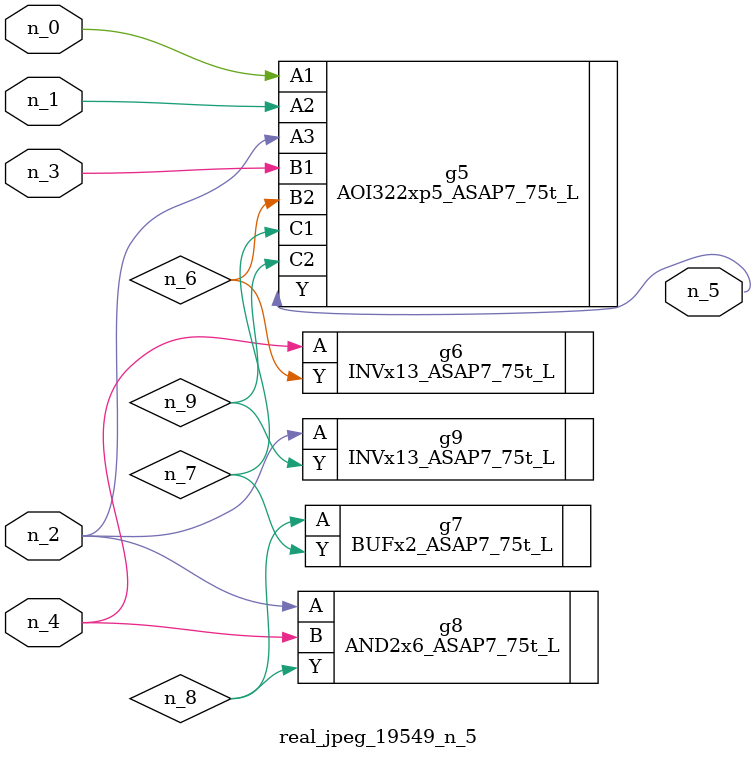
<source format=v>
module real_jpeg_19549_n_5 (n_4, n_0, n_1, n_2, n_3, n_5);

input n_4;
input n_0;
input n_1;
input n_2;
input n_3;

output n_5;

wire n_8;
wire n_6;
wire n_7;
wire n_9;

AOI322xp5_ASAP7_75t_L g5 ( 
.A1(n_0),
.A2(n_1),
.A3(n_2),
.B1(n_3),
.B2(n_6),
.C1(n_7),
.C2(n_9),
.Y(n_5)
);

AND2x6_ASAP7_75t_L g8 ( 
.A(n_2),
.B(n_4),
.Y(n_8)
);

INVx13_ASAP7_75t_L g9 ( 
.A(n_2),
.Y(n_9)
);

INVx13_ASAP7_75t_L g6 ( 
.A(n_4),
.Y(n_6)
);

BUFx2_ASAP7_75t_L g7 ( 
.A(n_8),
.Y(n_7)
);


endmodule
</source>
